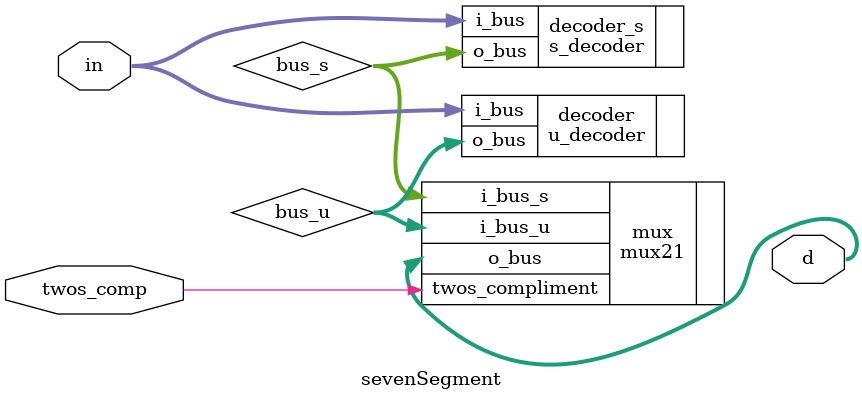
<source format=v>
module sevenSegment(
input twos_comp,
input [3:0] in,
output [9:0] d);

wire [9:0] bus_u, bus_s;

u_decoder decoder(.i_bus(in), .o_bus(bus_u));

s_decoder decoder_s(.i_bus(in), .o_bus(bus_s));

mux21 mux(.twos_compliment(twos_comp), 
.i_bus_s(bus_s), 
.i_bus_u(bus_u),
.o_bus(d));

endmodule

</source>
